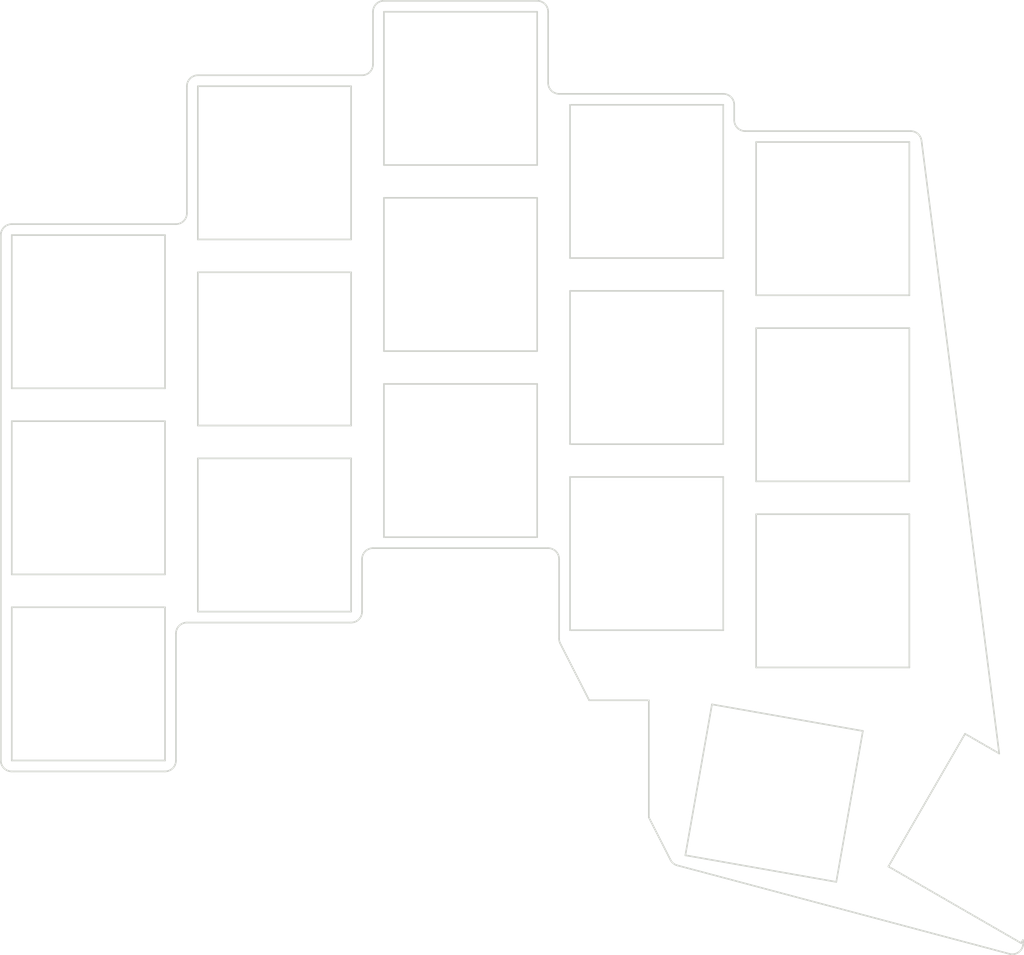
<source format=kicad_pcb>


(kicad_pcb (version 20171130) (host pcbnew 5.1.6)

  (page A3)
  (title_block
    (title "top_plate")
    (rev "v1.0.0")
    (company "Unknown")
  )

  (general
    (thickness 1.6)
  )

  (layers
    (0 F.Cu signal)
    (31 B.Cu signal)
    (32 B.Adhes user)
    (33 F.Adhes user)
    (34 B.Paste user)
    (35 F.Paste user)
    (36 B.SilkS user)
    (37 F.SilkS user)
    (38 B.Mask user)
    (39 F.Mask user)
    (40 Dwgs.User user)
    (41 Cmts.User user)
    (42 Eco1.User user)
    (43 Eco2.User user)
    (44 Edge.Cuts user)
    (45 Margin user)
    (46 B.CrtYd user)
    (47 F.CrtYd user)
    (48 B.Fab user)
    (49 F.Fab user)
  )

  (setup
    (last_trace_width 0.25)
    (trace_clearance 0.2)
    (zone_clearance 0.508)
    (zone_45_only no)
    (trace_min 0.2)
    (via_size 0.8)
    (via_drill 0.4)
    (via_min_size 0.4)
    (via_min_drill 0.3)
    (uvia_size 0.3)
    (uvia_drill 0.1)
    (uvias_allowed no)
    (uvia_min_size 0.2)
    (uvia_min_drill 0.1)
    (edge_width 0.05)
    (segment_width 0.2)
    (pcb_text_width 0.3)
    (pcb_text_size 1.5 1.5)
    (mod_edge_width 0.12)
    (mod_text_size 1 1)
    (mod_text_width 0.15)
    (pad_size 1.524 1.524)
    (pad_drill 0.762)
    (pad_to_mask_clearance 0.05)
    (aux_axis_origin 0 0)
    (visible_elements FFFFFF7F)
    (pcbplotparams
      (layerselection 0x010fc_ffffffff)
      (usegerberextensions false)
      (usegerberattributes true)
      (usegerberadvancedattributes true)
      (creategerberjobfile true)
      (excludeedgelayer true)
      (linewidth 0.100000)
      (plotframeref false)
      (viasonmask false)
      (mode 1)
      (useauxorigin false)
      (hpglpennumber 1)
      (hpglpenspeed 20)
      (hpglpendiameter 15.000000)
      (psnegative false)
      (psa4output false)
      (plotreference true)
      (plotvalue true)
      (plotinvisibletext false)
      (padsonsilk false)
      (subtractmaskfromsilk false)
      (outputformat 1)
      (mirror false)
      (drillshape 1)
      (scaleselection 1)
      (outputdirectory ""))
  )

  (net 0 "")

  (net_class Default "This is the default net class."
    (clearance 0.2)
    (trace_width 0.25)
    (via_dia 0.8)
    (via_drill 0.4)
    (uvia_dia 0.3)
    (uvia_drill 0.1)
    (add_net "")
  )

  
  (gr_line (start -8 7) (end -8 -41) (angle 90) (layer Edge.Cuts) (width 0.15))
(gr_line (start -7 -42) (end 8 -42) (angle 90) (layer Edge.Cuts) (width 0.15))
(gr_line (start 9 -43) (end 9 -54.6) (angle 90) (layer Edge.Cuts) (width 0.15))
(gr_line (start 10 -55.6) (end 25 -55.6) (angle 90) (layer Edge.Cuts) (width 0.15))
(gr_line (start 26 -56.6) (end 26 -61.4) (angle 90) (layer Edge.Cuts) (width 0.15))
(gr_line (start 27 -62.4) (end 41 -62.4) (angle 90) (layer Edge.Cuts) (width 0.15))
(gr_line (start 42 -61.4) (end 42 -54.9) (angle 90) (layer Edge.Cuts) (width 0.15))
(gr_line (start 43 -53.9) (end 58 -53.9) (angle 90) (layer Edge.Cuts) (width 0.15))
(gr_line (start 59 -52.9) (end 59 -51.5) (angle 90) (layer Edge.Cuts) (width 0.15))
(gr_line (start 60 -50.5) (end 75.11877832803583 -50.5) (angle 90) (layer Edge.Cuts) (width 0.15))
(gr_line (start 76.11083692803584 -49.62577650000003) (end 83.2091607869865 6.362075546015262) (angle 90) (layer Edge.Cuts) (width 0.15))
(gr_line (start 85.37063644510643 23.41066078283643) (end 85.39157132574321 23.575784130683587) (angle 90) (layer Edge.Cuts) (width 0.15))
(gr_line (start 84.14207952574318 24.667856730683518) (end 53.808555992537784 16.586633122420103) (angle 90) (layer Edge.Cuts) (width 0.15))
(gr_line (start 53.17493859253778 16.07424092242009) (end 51.2 12.197274108756417) (angle 90) (layer Edge.Cuts) (width 0.15))
(gr_line (start 45.750776292981996 1.5) (end 43.1089494 -3.6861233712457846) (angle 90) (layer Edge.Cuts) (width 0.15))
(gr_line (start 43 -4.140027271245785) (end 43 -11.399999999999999) (angle 90) (layer Edge.Cuts) (width 0.15))
(gr_line (start 42 -12.399999999999999) (end 26 -12.399999999999999) (angle 90) (layer Edge.Cuts) (width 0.15))
(gr_line (start 25 -11.399999999999999) (end 25 -6.6) (angle 90) (layer Edge.Cuts) (width 0.15))
(gr_line (start 24 -5.6) (end 9 -5.6) (angle 90) (layer Edge.Cuts) (width 0.15))
(gr_line (start 8 -4.6) (end 8 7) (angle 90) (layer Edge.Cuts) (width 0.15))
(gr_line (start 7 8) (end -7 8) (angle 90) (layer Edge.Cuts) (width 0.15))
(gr_arc (start -7 -41) (end -7 -42) (angle -90) (layer Edge.Cuts) (width 0.15))
(gr_arc (start 8 -43) (end 8 -42) (angle -90) (layer Edge.Cuts) (width 0.15))
(gr_arc (start 10 -54.6) (end 10 -55.6) (angle -90) (layer Edge.Cuts) (width 0.15))
(gr_arc (start 25 -56.6) (end 25 -55.6) (angle -90) (layer Edge.Cuts) (width 0.15))
(gr_arc (start 27 -61.4) (end 27 -62.4) (angle -90) (layer Edge.Cuts) (width 0.15))
(gr_arc (start 41 -61.4) (end 42 -61.4) (angle -90) (layer Edge.Cuts) (width 0.15))
(gr_arc (start 43 -54.9) (end 42 -54.9) (angle -90) (layer Edge.Cuts) (width 0.15))
(gr_arc (start 58 -52.9) (end 59 -52.9) (angle -90) (layer Edge.Cuts) (width 0.15))
(gr_arc (start 60 -51.5) (end 59 -51.5) (angle -90) (layer Edge.Cuts) (width 0.15))
(gr_arc (start 75.11877832803583 -49.5) (end 76.11083692803584 -49.6257765) (angle -82.77440010116284) (layer Edge.Cuts) (width 0.15))
(gr_arc (start 84.39951272574318 23.701560630683502) (end 84.14207952574318 24.667856730683503) (angle -112.14341151228206) (layer Edge.Cuts) (width 0.15))
(gr_arc (start 54.065989192537785 15.6203370224201) (end 53.174938592537785 16.0742409224201) (angle -48.08775587110787) (layer Edge.Cuts) (width 0.15))
(gr_arc (start 44 -4.140027271245785) (end 43 -4.140027271245785) (angle -26.99443251544085) (layer Edge.Cuts) (width 0.15))
(gr_arc (start 42 -11.399999999999999) (end 43 -11.399999999999999) (angle -90) (layer Edge.Cuts) (width 0.15))
(gr_arc (start 26 -11.399999999999999) (end 26 -12.399999999999999) (angle -90) (layer Edge.Cuts) (width 0.15))
(gr_arc (start 24 -6.6) (end 24 -5.6) (angle -90) (layer Edge.Cuts) (width 0.15))
(gr_arc (start 9 -4.6) (end 9 -5.6) (angle -90) (layer Edge.Cuts) (width 0.15))
(gr_arc (start 7 7) (end 7 8) (angle -90) (layer Edge.Cuts) (width 0.15))
(gr_arc (start -7 7) (end -8 7) (angle -90) (layer Edge.Cuts) (width 0.15))
(gr_line (start -7 7) (end 7 7) (angle 90) (layer Edge.Cuts) (width 0.15))
(gr_line (start 7 7) (end 7 -7) (angle 90) (layer Edge.Cuts) (width 0.15))
(gr_line (start 7 -7) (end -7 -7) (angle 90) (layer Edge.Cuts) (width 0.15))
(gr_line (start -7 -7) (end -7 7) (angle 90) (layer Edge.Cuts) (width 0.15))
(gr_line (start -7 -10) (end 7 -10) (angle 90) (layer Edge.Cuts) (width 0.15))
(gr_line (start 7 -10) (end 7 -24) (angle 90) (layer Edge.Cuts) (width 0.15))
(gr_line (start 7 -24) (end -7 -24) (angle 90) (layer Edge.Cuts) (width 0.15))
(gr_line (start -7 -24) (end -7 -10) (angle 90) (layer Edge.Cuts) (width 0.15))
(gr_line (start -7 -27) (end 7 -27) (angle 90) (layer Edge.Cuts) (width 0.15))
(gr_line (start 7 -27) (end 7 -41) (angle 90) (layer Edge.Cuts) (width 0.15))
(gr_line (start 7 -41) (end -7 -41) (angle 90) (layer Edge.Cuts) (width 0.15))
(gr_line (start -7 -41) (end -7 -27) (angle 90) (layer Edge.Cuts) (width 0.15))
(gr_line (start 10 -6.6) (end 24 -6.6) (angle 90) (layer Edge.Cuts) (width 0.15))
(gr_line (start 24 -6.6) (end 24 -20.6) (angle 90) (layer Edge.Cuts) (width 0.15))
(gr_line (start 24 -20.6) (end 10 -20.6) (angle 90) (layer Edge.Cuts) (width 0.15))
(gr_line (start 10 -20.6) (end 10 -6.6) (angle 90) (layer Edge.Cuts) (width 0.15))
(gr_line (start 10 -23.6) (end 24 -23.6) (angle 90) (layer Edge.Cuts) (width 0.15))
(gr_line (start 24 -23.6) (end 24 -37.6) (angle 90) (layer Edge.Cuts) (width 0.15))
(gr_line (start 24 -37.6) (end 10 -37.6) (angle 90) (layer Edge.Cuts) (width 0.15))
(gr_line (start 10 -37.6) (end 10 -23.6) (angle 90) (layer Edge.Cuts) (width 0.15))
(gr_line (start 10 -40.6) (end 24 -40.6) (angle 90) (layer Edge.Cuts) (width 0.15))
(gr_line (start 24 -40.6) (end 24 -54.6) (angle 90) (layer Edge.Cuts) (width 0.15))
(gr_line (start 24 -54.6) (end 10 -54.6) (angle 90) (layer Edge.Cuts) (width 0.15))
(gr_line (start 10 -54.6) (end 10 -40.6) (angle 90) (layer Edge.Cuts) (width 0.15))
(gr_line (start 27 -13.399999999999999) (end 41 -13.399999999999999) (angle 90) (layer Edge.Cuts) (width 0.15))
(gr_line (start 41 -13.399999999999999) (end 41 -27.4) (angle 90) (layer Edge.Cuts) (width 0.15))
(gr_line (start 41 -27.4) (end 27 -27.4) (angle 90) (layer Edge.Cuts) (width 0.15))
(gr_line (start 27 -27.4) (end 27 -13.399999999999999) (angle 90) (layer Edge.Cuts) (width 0.15))
(gr_line (start 27 -30.4) (end 41 -30.4) (angle 90) (layer Edge.Cuts) (width 0.15))
(gr_line (start 41 -30.4) (end 41 -44.4) (angle 90) (layer Edge.Cuts) (width 0.15))
(gr_line (start 41 -44.4) (end 27 -44.4) (angle 90) (layer Edge.Cuts) (width 0.15))
(gr_line (start 27 -44.4) (end 27 -30.4) (angle 90) (layer Edge.Cuts) (width 0.15))
(gr_line (start 27 -47.4) (end 41 -47.4) (angle 90) (layer Edge.Cuts) (width 0.15))
(gr_line (start 41 -47.4) (end 41 -61.4) (angle 90) (layer Edge.Cuts) (width 0.15))
(gr_line (start 41 -61.4) (end 27 -61.4) (angle 90) (layer Edge.Cuts) (width 0.15))
(gr_line (start 27 -61.4) (end 27 -47.4) (angle 90) (layer Edge.Cuts) (width 0.15))
(gr_line (start 44 -4.9) (end 58 -4.9) (angle 90) (layer Edge.Cuts) (width 0.15))
(gr_line (start 58 -4.9) (end 58 -18.9) (angle 90) (layer Edge.Cuts) (width 0.15))
(gr_line (start 58 -18.9) (end 44 -18.9) (angle 90) (layer Edge.Cuts) (width 0.15))
(gr_line (start 44 -18.9) (end 44 -4.9) (angle 90) (layer Edge.Cuts) (width 0.15))
(gr_line (start 44 -21.9) (end 58 -21.9) (angle 90) (layer Edge.Cuts) (width 0.15))
(gr_line (start 58 -21.9) (end 58 -35.9) (angle 90) (layer Edge.Cuts) (width 0.15))
(gr_line (start 58 -35.9) (end 44 -35.9) (angle 90) (layer Edge.Cuts) (width 0.15))
(gr_line (start 44 -35.9) (end 44 -21.9) (angle 90) (layer Edge.Cuts) (width 0.15))
(gr_line (start 44 -38.9) (end 58 -38.9) (angle 90) (layer Edge.Cuts) (width 0.15))
(gr_line (start 58 -38.9) (end 58 -52.9) (angle 90) (layer Edge.Cuts) (width 0.15))
(gr_line (start 58 -52.9) (end 44 -52.9) (angle 90) (layer Edge.Cuts) (width 0.15))
(gr_line (start 44 -52.9) (end 44 -38.9) (angle 90) (layer Edge.Cuts) (width 0.15))
(gr_line (start 61 -1.5) (end 75 -1.5) (angle 90) (layer Edge.Cuts) (width 0.15))
(gr_line (start 75 -1.5) (end 75 -15.5) (angle 90) (layer Edge.Cuts) (width 0.15))
(gr_line (start 75 -15.5) (end 61 -15.5) (angle 90) (layer Edge.Cuts) (width 0.15))
(gr_line (start 61 -15.5) (end 61 -1.5) (angle 90) (layer Edge.Cuts) (width 0.15))
(gr_line (start 61 -18.5) (end 75 -18.5) (angle 90) (layer Edge.Cuts) (width 0.15))
(gr_line (start 75 -18.5) (end 75 -32.5) (angle 90) (layer Edge.Cuts) (width 0.15))
(gr_line (start 75 -32.5) (end 61 -32.5) (angle 90) (layer Edge.Cuts) (width 0.15))
(gr_line (start 61 -32.5) (end 61 -18.5) (angle 90) (layer Edge.Cuts) (width 0.15))
(gr_line (start 61 -35.5) (end 75 -35.5) (angle 90) (layer Edge.Cuts) (width 0.15))
(gr_line (start 75 -35.5) (end 75 -49.5) (angle 90) (layer Edge.Cuts) (width 0.15))
(gr_line (start 75 -49.5) (end 61 -49.5) (angle 90) (layer Edge.Cuts) (width 0.15))
(gr_line (start 61 -49.5) (end 61 -35.5) (angle 90) (layer Edge.Cuts) (width 0.15))
(gr_line (start 51.2 12.197274108756417) (end 51.2 1.5) (angle 90) (layer Edge.Cuts) (width 0.15))
(gr_line (start 51.2 1.5) (end 45.750776292981996 1.5) (angle 90) (layer Edge.Cuts) (width 0.15))
(gr_line (start 54.5359022 15.660620600000001) (end 68.3232107 18.091695100000003) (angle 90) (layer Edge.Cuts) (width 0.15))
(gr_line (start 68.3232107 18.091695100000003) (end 70.7542852 4.304386600000001) (angle 90) (layer Edge.Cuts) (width 0.15))
(gr_line (start 70.7542852 4.304386600000001) (end 56.966976700000004 1.8733121000000015) (angle 90) (layer Edge.Cuts) (width 0.15))
(gr_line (start 56.966976700000004 1.8733121000000015) (end 54.5359022 15.660620600000001) (angle 90) (layer Edge.Cuts) (width 0.15))
(gr_line (start 73.0881659 16.684523900000002) (end 85.21252150000001 23.684523900000002) (angle 90) (layer Edge.Cuts) (width 0.15))
(gr_line (start 85.21252150000001 23.684523900000002) (end 85.37063644510643 23.410660782836487) (angle 90) (layer Edge.Cuts) (width 0.15))
(gr_line (start 83.2091607869865 6.362075546015241) (end 80.0881659 4.560168300000001) (angle 90) (layer Edge.Cuts) (width 0.15))
(gr_line (start 80.0881659 4.560168300000001) (end 73.0881659 16.684523900000002) (angle 90) (layer Edge.Cuts) (width 0.15))

)


</source>
